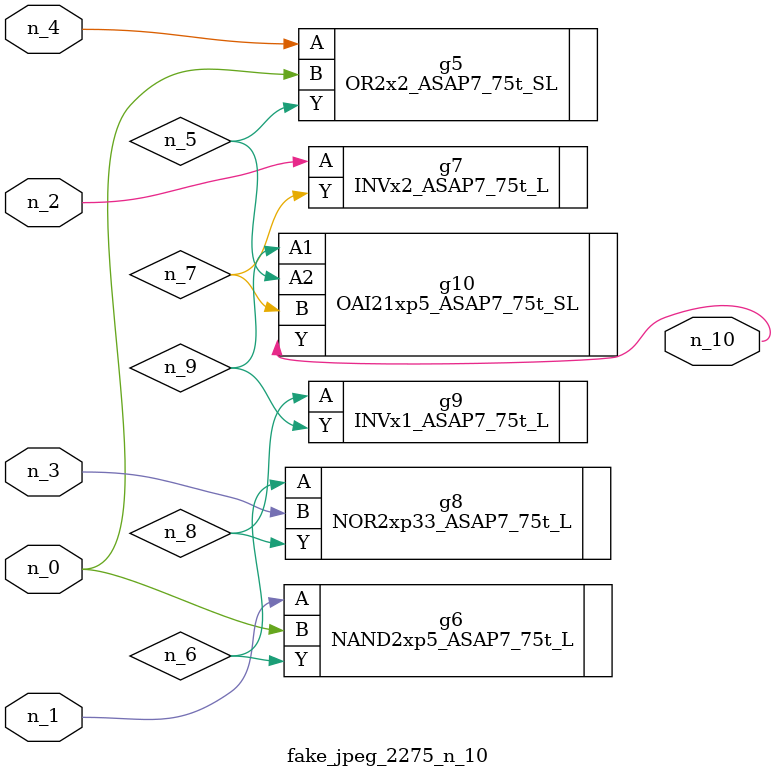
<source format=v>
module fake_jpeg_2275_n_10 (n_3, n_2, n_1, n_0, n_4, n_10);

input n_3;
input n_2;
input n_1;
input n_0;
input n_4;

output n_10;

wire n_8;
wire n_9;
wire n_6;
wire n_5;
wire n_7;

OR2x2_ASAP7_75t_SL g5 ( 
.A(n_4),
.B(n_0),
.Y(n_5)
);

NAND2xp5_ASAP7_75t_L g6 ( 
.A(n_1),
.B(n_0),
.Y(n_6)
);

INVx2_ASAP7_75t_L g7 ( 
.A(n_2),
.Y(n_7)
);

NOR2xp33_ASAP7_75t_L g8 ( 
.A(n_6),
.B(n_3),
.Y(n_8)
);

INVx1_ASAP7_75t_L g9 ( 
.A(n_8),
.Y(n_9)
);

OAI21xp5_ASAP7_75t_SL g10 ( 
.A1(n_9),
.A2(n_5),
.B(n_7),
.Y(n_10)
);


endmodule
</source>
